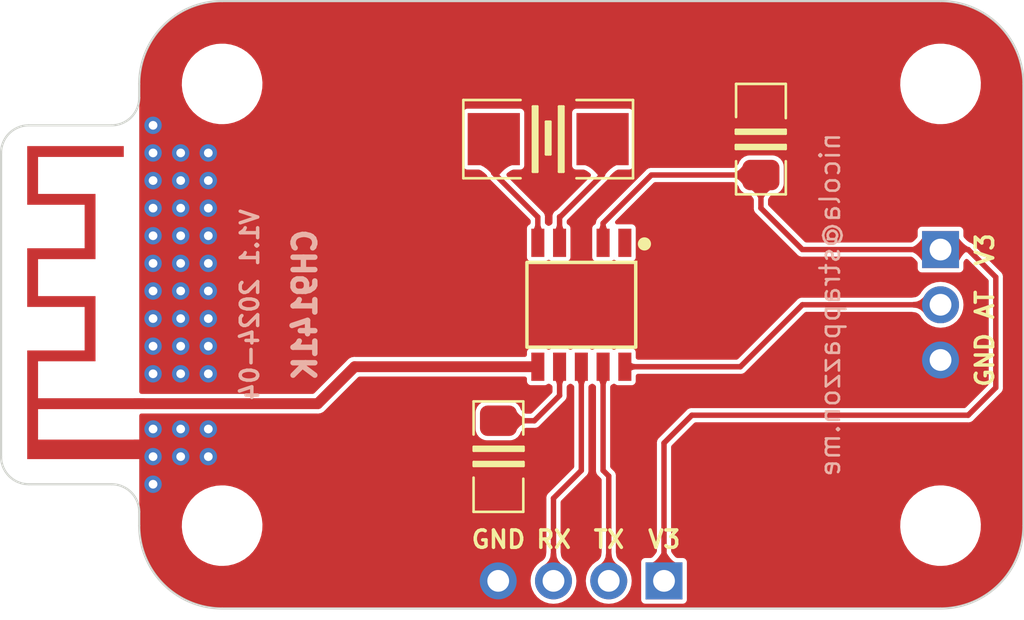
<source format=kicad_pcb>
(kicad_pcb (version 20221018) (generator pcbnew)
  (layers (0 "F.Cu" signal) (31 "B.Cu" signal) (34 "B.Paste" user) (35 "F.Paste" user) (36 "B.SilkS" user "B.Silkscreen") (37 "F.SilkS" user "F.Silkscreen") (38 "B.Mask" user) (39 "F.Mask" user) (44 "Edge.Cuts" user))
  (net 0 "")
  (net 1 "Net-(AE2-A)")
  (net 2 "GND")
  (net 4 "VCC")
  (net 5 "Net-(U1-X32MI)")
  (net 6 "Net-(U1-X32MO)")
  (net 7 "Net-(U1-VINTA)")
  (net 8 "RXD")
  (net 9 "TXD")
  (net 10 "AT")
  (footprint "MountingHole:MountingHole_3.2mm_M3" (layer "F.Cu") (at 76.2 124.46)
    (fp_text reference "H4" hide)
    (fp_text value "MountingHole" hide)
    (pad "" np_thru_hole circle (at 0 0) (size 3.2 3.2) (drill 3.2) (layers "*.Cu" "*.Mask"))
  )
  (footprint "RF_Antenna:Texas_SWRA117D_2.4GHz_Right" (layer "F.Cu") (at 72.39 118.85 90)
    (fp_text reference "AE2" hide)
    (fp_text value "Antenna_Shield" hide)
    (fp_poly (pts (xy 2.45 -2.51) (xy 4.45 -2.51) (xy 4.45 -5.15) (xy 7.15 -5.15) (xy 7.15 -2.51) (xy 9.15 -2.51) (xy 9.15 -5.15) (xy 11.85 -5.15) (xy 11.85 -0.71) (xy 11.35 -0.71) (xy 11.35 -4.65) (xy 9.65 -4.65) (xy 9.65 -2.01) (xy 6.65 -2.01) (xy 6.65 -4.65) (xy 4.95 -4.65) (xy 4.95 -2.01) (xy 1.95 -2.01) (xy 1.95 -4.65) (xy 0.25 -4.65) (xy 0.25 0.25) (xy -0.25 0.25) (xy -0.25 -4.65) (xy -1.65 -4.65) (xy -1.65 0.25) (xy -2.55 0.25) (xy -2.55 0.006785) (xy -2.247583 0.006785) (xy -2.237742 0.054395) (xy -2.213674 0.096797) (xy -2.175731 0.129581) (xy -2.167819 0.133935) (xy -2.125156 0.146043) (xy -2.076637 0.1453) (xy -2.031122 0.1324) (xy -2.012511 0.121787) (xy -1.978868 0.086553) (xy -1.958309 0.041368) (xy -1.951778 -0.008158) (xy -1.960218 -0.056417) (xy -1.977112 -0.088643) (xy -2.012372 -0.121313) (xy -2.057682 -0.141408) (xy -2.107267 -0.147982) (xy -2.155353 -0.140092) (xy -2.188245 -0.123186) (xy -2.223185 -0.086416) (xy -2.242847 -0.041622) (xy -2.247583 0.006785) (xy -2.55 0.006785) (xy -2.55 -5.15) (xy 2.45 -5.15) (xy 2.45 -2.51)) (fill solid) (layer "F.Cu"))
    (pad "" smd rect (at -2.1 0 90) (size 0.9 0.5) (layers "F.Cu") (net 2 "GND"))
    (pad "1" connect rect (at 0 0 90) (size 0.5 0.5) (layers "F.Cu") (net 1 "Net-(AE2-A)"))
  )
  (footprint "Library:C1206" (layer "F.Cu") (at 88.9 121.285 -90)
    (fp_text reference "C2" hide)
    (fp_text value "1uF" hide)
    (fp_line (start -2.54 -1.143) (end -1.016 -1.143) (stroke (width 0.12)) (layer "F.SilkS"))
    (fp_line (start -2.54 1.143) (end -2.54 -1.143) (stroke (width 0.12)) (layer "F.SilkS"))
    (fp_line (start -2.54 1.143) (end -1.016 1.143) (stroke (width 0.12)) (layer "F.SilkS"))
    (fp_line (start -0.45 -1.15) (end -0.2722 -1.15) (stroke (width 0.12)) (layer "F.SilkS"))
    (fp_line (start -0.45 1.136) (end -0.45 -1.15) (stroke (width 0.12)) (layer "F.SilkS"))
    (fp_line (start -0.45 1.136) (end -0.2722 1.136) (stroke (width 0.12)) (layer "F.SilkS"))
    (fp_line (start -0.3484 1.136) (end -0.3484 -1.15) (stroke (width 0.12)) (layer "F.SilkS"))
    (fp_line (start -0.2722 1.136) (end -0.2722 -1.15) (stroke (width 0.12)) (layer "F.SilkS"))
    (fp_line (start 0.25 -1.15) (end 0.4278 -1.15) (stroke (width 0.12)) (layer "F.SilkS"))
    (fp_line (start 0.25 1.136) (end 0.25 -1.15) (stroke (width 0.12)) (layer "F.SilkS"))
    (fp_line (start 0.25 1.136) (end 0.4278 1.136) (stroke (width 0.12)) (layer "F.SilkS"))
    (fp_line (start 0.3516 1.136) (end 0.3516 -1.15) (stroke (width 0.12)) (layer "F.SilkS"))
    (fp_line (start 0.4278 1.136) (end 0.4278 -1.15) (stroke (width 0.12)) (layer "F.SilkS"))
    (fp_line (start 2.54 -1.143) (end 1.016 -1.143) (stroke (width 0.12)) (layer "F.SilkS"))
    (fp_line (start 2.54 -1.143) (end 2.54 1.143) (stroke (width 0.12)) (layer "F.SilkS"))
    (fp_line (start 2.54 1.143) (end 0.9652 1.143) (stroke (width 0.12)) (layer "F.SilkS"))
    (pad "1" smd roundrect (at -1.651 0 270) (size 1.4 1.7) (layers "F.Cu" "F.Paste" "F.Mask") (net 7 "Net-(U1-VINTA)"))
    (pad "2" smd roundrect (at 1.651 -0.02 270) (size 1.4 1.75) (layers "F.Cu" "F.Paste" "F.Mask") (net 2 "GND"))
  )
  (footprint "Connector_PinHeader_2.54mm:PinHeader_1x03_P2.54mm_Vertical" (layer "F.Cu") (at 109.22 111.76)
    (fp_text reference "J2" hide)
    (fp_text value "Conn_01x03" hide)
    (pad "1" thru_hole rect (at 0 0) (size 1.7 1.7) (drill 1) (layers "*.Cu" "*.Mask") (net 4 "VCC"))
    (pad "2" thru_hole oval (at 0 2.54) (size 1.7 1.7) (drill 1) (layers "*.Cu" "*.Mask") (net 10 "AT"))
    (pad "3" thru_hole oval (at 0 5.08) (size 1.7 1.7) (drill 1) (layers "*.Cu" "*.Mask") (net 2 "GND"))
  )
  (footprint "MountingHole:MountingHole_3.2mm_M3" (layer "F.Cu") (at 109.22 104.14)
    (fp_text reference "H2" hide)
    (fp_text value "MountingHole" hide)
    (pad "" np_thru_hole circle (at 0 0) (size 3.2 3.2) (drill 3.2) (layers "*.Cu" "*.Mask"))
  )
  (footprint "Connector_PinHeader_2.54mm:PinHeader_1x04_P2.54mm_Vertical" (layer "F.Cu") (at 96.51 127 -90)
    (fp_text reference "J3" hide)
    (fp_text value "Conn_01x04" hide)
    (pad "1" thru_hole rect (at 0 0 270) (size 1.7 1.7) (drill 1) (layers "*.Cu" "*.Mask") (net 4 "VCC"))
    (pad "2" thru_hole oval (at 0 2.54 270) (size 1.7 1.7) (drill 1) (layers "*.Cu" "*.Mask") (net 9 "TXD"))
    (pad "3" thru_hole oval (at 0 5.08 270) (size 1.7 1.7) (drill 1) (layers "*.Cu" "*.Mask") (net 8 "RXD"))
    (pad "4" thru_hole oval (at 0 7.62 270) (size 1.7 1.7) (drill 1) (layers "*.Cu" "*.Mask") (net 2 "GND"))
  )
  (footprint "MountingHole:MountingHole_3.2mm_M3" (layer "F.Cu") (at 109.22 124.46)
    (fp_text reference "H3" hide)
    (fp_text value "MountingHole" hide)
    (pad "" np_thru_hole circle (at 0 0) (size 3.2 3.2) (drill 3.2) (layers "*.Cu" "*.Mask"))
  )
  (footprint "Crystal:Crystal_SMD_5032-2Pin_5.0x3.2mm_HandSoldering" (layer "F.Cu") (at 91.186 106.68)
    (fp_text reference "Y1" hide)
    (fp_text value "32M" hide)
    (fp_line (start -3.9 -1.8) (end -3.9 1.8) (stroke (width 0.12)) (layer "F.SilkS"))
    (fp_line (start -1.269 -1.8) (end -3.9 -1.8) (stroke (width 0.12)) (layer "F.SilkS"))
    (fp_line (start -1.269 1.8) (end -3.9 1.8) (stroke (width 0.12)) (layer "F.SilkS"))
    (fp_line (start -0.7 -1.5) (end -0.7 1.5) (stroke (width 0.12)) (layer "F.SilkS"))
    (fp_line (start -0.7 -1.5) (end -0.5 -1.5) (stroke (width 0.12)) (layer "F.SilkS"))
    (fp_line (start -0.7 1.5) (end -0.5 1.5) (stroke (width 0.12)) (layer "F.SilkS"))
    (fp_line (start -0.6 -1.5) (end -0.6 1.5) (stroke (width 0.12)) (layer "F.SilkS"))
    (fp_line (start -0.5 -1.5) (end -0.5 1.5) (stroke (width 0.12)) (layer "F.SilkS"))
    (fp_line (start -0.1 -0.8) (end -0.1 0.7) (stroke (width 0.12)) (layer "F.SilkS"))
    (fp_line (start -0.1 -0.8) (end 0.1 -0.8) (stroke (width 0.12)) (layer "F.SilkS"))
    (fp_line (start -0.1 0.7) (end 0.1 0.7) (stroke (width 0.12)) (layer "F.SilkS"))
    (fp_line (start 0 -0.8) (end 0 0.7) (stroke (width 0.12)) (layer "F.SilkS"))
    (fp_line (start 0.1 -0.8) (end 0.1 0.7) (stroke (width 0.12)) (layer "F.SilkS"))
    (fp_line (start 0.5 -1.5) (end 0.5 1.5) (stroke (width 0.12)) (layer "F.SilkS"))
    (fp_line (start 0.5 -1.5) (end 0.7 -1.5) (stroke (width 0.12)) (layer "F.SilkS"))
    (fp_line (start 0.5 1.5) (end 0.7 1.5) (stroke (width 0.12)) (layer "F.SilkS"))
    (fp_line (start 0.6 -1.5) (end 0.6 1.5) (stroke (width 0.12)) (layer "F.SilkS"))
    (fp_line (start 0.7 -1.5) (end 0.7 1.5) (stroke (width 0.12)) (layer "F.SilkS"))
    (fp_line (start 3.9 -1.8) (end 1.3 -1.8) (stroke (width 0.12)) (layer "F.SilkS"))
    (fp_line (start 3.9 -1.8) (end 3.9 1.8) (stroke (width 0.12)) (layer "F.SilkS"))
    (fp_line (start 3.9 1.8) (end 1.3 1.8) (stroke (width 0.12)) (layer "F.SilkS"))
    (pad "1" smd rect (at -2.5 0) (size 2.4 2.4) (layers "F.Cu" "F.Paste" "F.Mask") (net 6 "Net-(U1-X32MO)"))
    (pad "2" smd rect (at 2.5 0) (size 2.4 2.4) (layers "F.Cu" "F.Paste" "F.Mask") (net 5 "Net-(U1-X32MI)"))
  )
  (footprint "MountingHole:MountingHole_3.2mm_M3" (layer "F.Cu") (at 76.2 104.14)
    (fp_text reference "H1" hide)
    (fp_text value "MountingHole" hide)
    (pad "" np_thru_hole circle (at 0 0) (size 3.2 3.2) (drill 3.2) (layers "*.Cu" "*.Mask"))
  )
  (footprint "Library:ESSOP-10" (layer "F.Cu") (at 92.71 114.3 -90)
    (fp_text reference "U1" hide)
    (fp_text value "CH9141K" hide)
    (fp_rect (start -1.95 -2.5) (end 1.95 2.5) (stroke (width 0.16)) (fill none) (layer "F.SilkS"))
    (fp_circle (center -2.8 -2.9) (end -2.576393 -2.9) (stroke (width 0.16)) (fill solid) (layer "F.SilkS"))
    (pad "0" smd rect (at 0 0 270) (size 2.3 3.2) (layers "F.Cu" "F.Paste" "F.Mask") (net 2 "GND"))
    (pad "1" smd rect (at -2.85 -2 270) (size 1.3 0.6) (layers "F.Cu" "F.Paste" "F.Mask"))
    (pad "2" smd rect (at -2.85 -1 270) (size 1.3 0.6) (layers "F.Cu" "F.Paste" "F.Mask") (net 4 "VCC"))
    (pad "3" smd rect (at -2.85 0 270) (size 1.3 0.6) (layers "F.Cu" "F.Paste" "F.Mask") (net 2 "GND"))
    (pad "4" smd rect (at -2.85 1 270) (size 1.3 0.6) (layers "F.Cu" "F.Paste" "F.Mask") (net 5 "Net-(U1-X32MI)"))
    (pad "5" smd rect (at -2.85 2 270) (size 1.3 0.6) (layers "F.Cu" "F.Paste" "F.Mask") (net 6 "Net-(U1-X32MO)"))
    (pad "6" smd rect (at 2.85 2 270) (size 1.3 0.6) (layers "F.Cu" "F.Paste" "F.Mask") (net 1 "Net-(AE2-A)"))
    (pad "7" smd rect (at 2.85 1 270) (size 1.3 0.6) (layers "F.Cu" "F.Paste" "F.Mask") (net 7 "Net-(U1-VINTA)"))
    (pad "8" smd rect (at 2.85 0 270) (size 1.3 0.6) (layers "F.Cu" "F.Paste" "F.Mask") (net 8 "RXD"))
    (pad "9" smd rect (at 2.85 -1 270) (size 1.3 0.6) (layers "F.Cu" "F.Paste" "F.Mask") (net 9 "TXD"))
    (pad "10" smd rect (at 2.85 -2 270) (size 1.3 0.6) (layers "F.Cu" "F.Paste" "F.Mask") (net 10 "AT"))
  )
  (footprint "Library:C1206" (layer "F.Cu") (at 100.965 106.68 90)
    (fp_text reference "C1" hide)
    (fp_text value "1uF" hide)
    (fp_line (start -2.54 -1.143) (end -1.016 -1.143) (stroke (width 0.12)) (layer "F.SilkS"))
    (fp_line (start -2.54 1.143) (end -2.54 -1.143) (stroke (width 0.12)) (layer "F.SilkS"))
    (fp_line (start -2.54 1.143) (end -1.016 1.143) (stroke (width 0.12)) (layer "F.SilkS"))
    (fp_line (start -0.45 -1.15) (end -0.2722 -1.15) (stroke (width 0.12)) (layer "F.SilkS"))
    (fp_line (start -0.45 1.136) (end -0.45 -1.15) (stroke (width 0.12)) (layer "F.SilkS"))
    (fp_line (start -0.45 1.136) (end -0.2722 1.136) (stroke (width 0.12)) (layer "F.SilkS"))
    (fp_line (start -0.3484 1.136) (end -0.3484 -1.15) (stroke (width 0.12)) (layer "F.SilkS"))
    (fp_line (start -0.2722 1.136) (end -0.2722 -1.15) (stroke (width 0.12)) (layer "F.SilkS"))
    (fp_line (start 0.25 -1.15) (end 0.4278 -1.15) (stroke (width 0.12)) (layer "F.SilkS"))
    (fp_line (start 0.25 1.136) (end 0.25 -1.15) (stroke (width 0.12)) (layer "F.SilkS"))
    (fp_line (start 0.25 1.136) (end 0.4278 1.136) (stroke (width 0.12)) (layer "F.SilkS"))
    (fp_line (start 0.3516 1.136) (end 0.3516 -1.15) (stroke (width 0.12)) (layer "F.SilkS"))
    (fp_line (start 0.4278 1.136) (end 0.4278 -1.15) (stroke (width 0.12)) (layer "F.SilkS"))
    (fp_line (start 2.54 -1.143) (end 1.016 -1.143) (stroke (width 0.12)) (layer "F.SilkS"))
    (fp_line (start 2.54 -1.143) (end 2.54 1.143) (stroke (width 0.12)) (layer "F.SilkS"))
    (fp_line (start 2.54 1.143) (end 0.9652 1.143) (stroke (width 0.12)) (layer "F.SilkS"))
    (pad "1" smd roundrect (at -1.651 0 90) (size 1.4 1.7) (layers "F.Cu" "F.Paste" "F.Mask") (net 4 "VCC"))
    (pad "2" smd roundrect (at 1.651 -0.02 90) (size 1.4 1.75) (layers "F.Cu" "F.Paste" "F.Mask") (net 2 "GND"))
  )
  (gr_arc (start 66.04 107.315) (mid 66.411974 106.416974) (end 67.31 106.045) (stroke (width 0.1)) (layer "Edge.Cuts"))
  (gr_line (start 113.03 124.46) (end 113.03 104.14) (stroke (width 0.1)) (layer "Edge.Cuts"))
  (gr_line (start 71.12 106.045) (end 67.31 106.045) (stroke (width 0.1)) (layer "Edge.Cuts"))
  (gr_line (start 76.2 128.27) (end 109.22 128.27) (stroke (width 0.1)) (layer "Edge.Cuts"))
  (gr_arc (start 76.2 128.27) (mid 73.505923 127.154077) (end 72.39 124.46) (stroke (width 0.1)) (layer "Edge.Cuts"))
  (gr_line (start 72.39 104.14) (end 72.39 104.775) (stroke (width 0.1)) (layer "Edge.Cuts"))
  (gr_line (start 66.04 107.315) (end 66.04 121.285) (stroke (width 0.1)) (layer "Edge.Cuts"))
  (gr_arc (start 72.39 104.775) (mid 72.018026 105.673026) (end 71.12 106.045) (stroke (width 0.1)) (layer "Edge.Cuts"))
  (gr_line (start 72.39 123.825) (end 72.39 124.46) (stroke (width 0.1)) (layer "Edge.Cuts"))
  (gr_arc (start 113.03 124.46) (mid 111.914077 127.154077) (end 109.22 128.27) (stroke (width 0.1)) (layer "Edge.Cuts"))
  (gr_line (start 67.31 122.555) (end 71.12 122.555) (stroke (width 0.1)) (layer "Edge.Cuts"))
  (gr_line (start 109.22 100.33) (end 76.2 100.33) (stroke (width 0.1)) (layer "Edge.Cuts"))
  (gr_arc (start 72.39 104.14) (mid 73.505923 101.445923) (end 76.2 100.33) (stroke (width 0.1)) (layer "Edge.Cuts"))
  (gr_arc (start 67.31 122.555) (mid 66.411974 122.183026) (end 66.04 121.285) (stroke (width 0.1)) (layer "Edge.Cuts"))
  (gr_arc (start 109.22 100.33) (mid 111.914077 101.445923) (end 113.03 104.14) (stroke (width 0.1)) (layer "Edge.Cuts"))
  (gr_arc (start 71.12 122.555) (mid 72.018026 122.926974) (end 72.39 123.825) (stroke (width 0.1)) (layer "Edge.Cuts"))
  (gr_text "V1.1 2024-04" (at 77.47 114.3 90) (layer "B.SilkS") (effects (font (size 0.8 0.8) (thickness 0.16) bold) (justify mirror)))
  (gr_text "nicola@strappazzon.me" (at 104.14 114.3 90) (layer "B.SilkS") (effects (font (size 0.9 0.9) (thickness 0.12)) (justify mirror)))
  (gr_text "CH9141K" (at 80.01 114.3 90) (layer "B.SilkS") (effects (font (size 1 1) (thickness 0.25)) (justify mirror)))
  (gr_text "RX" (at 91.44 125.095) (layer "F.SilkS") (effects (font (size 0.8 0.8) (thickness 0.16) bold)))
  (gr_text "V3" (at 96.52 125.095) (layer "F.SilkS") (effects (font (size 0.8 0.8) (thickness 0.16) bold)))
  (gr_text "V3" (at 111.252 111.76 90) (layer "F.SilkS") (effects (font (size 0.8 0.8) (thickness 0.16) bold)))
  (gr_text "AT" (at 111.252 114.3 90) (layer "F.SilkS") (effects (font (size 0.8 0.8) (thickness 0.16) bold)))
  (gr_text "GND" (at 88.9 125.095) (layer "F.SilkS") (effects (font (size 0.8 0.8) (thickness 0.16) bold)))
  (gr_text "GND" (at 111.252 116.84 90) (layer "F.SilkS") (effects (font (size 0.8 0.8) (thickness 0.16) bold)))
  (gr_text "TX" (at 93.98 125.095) (layer "F.SilkS") (effects (font (size 0.8 0.8) (thickness 0.16) bold)))
  (segment (start 80.5925 118.85) (end 72.39 118.85) (width 0.5) (layer "F.Cu") (net 1))
  (segment (start 82.2925 117.15) (end 80.5925 118.85) (width 0.5) (layer "F.Cu") (net 1))
  (segment (start 90.71 117.15) (end 82.2925 117.15) (width 0.5) (layer "F.Cu") (net 1))
  (via (at 74.295 107.315) (size 0.8) (drill 0.4) (layers "F.Cu" "B.Cu") (net 2))
  (via (at 74.295 113.665) (size 0.8) (drill 0.4) (layers "F.Cu" "B.Cu") (net 2))
  (via (at 73.025 121.285) (size 0.8) (drill 0.4) (layers "F.Cu" "B.Cu") (net 2))
  (via (at 73.025 122.555) (size 0.8) (drill 0.4) (layers "F.Cu" "B.Cu") (net 2))
  (via (at 75.565 114.935) (size 0.8) (drill 0.4) (layers "F.Cu" "B.Cu") (net 2))
  (via (at 73.025 120.015) (size 0.8) (drill 0.4) (layers "F.Cu" "B.Cu") (net 2))
  (via (at 74.295 117.475) (size 0.8) (drill 0.4) (layers "F.Cu" "B.Cu") (net 2))
  (via (at 74.295 120.015) (size 0.8) (drill 0.4) (layers "F.Cu" "B.Cu") (net 2))
  (via (at 74.295 111.125) (size 0.8) (drill 0.4) (layers "F.Cu" "B.Cu") (net 2))
  (via (at 75.565 111.125) (size 0.8) (drill 0.4) (layers "F.Cu" "B.Cu") (net 2))
  (via (at 75.565 109.855) (size 0.8) (drill 0.4) (layers "F.Cu" "B.Cu") (net 2))
  (via (at 74.295 114.935) (size 0.8) (drill 0.4) (layers "F.Cu" "B.Cu") (net 2))
  (via (at 74.295 108.585) (size 0.8) (drill 0.4) (layers "F.Cu" "B.Cu") (net 2))
  (via (at 74.295 116.205) (size 0.8) (drill 0.4) (layers "F.Cu" "B.Cu") (net 2))
  (via (at 73.025 111.125) (size 0.8) (drill 0.4) (layers "F.Cu" "B.Cu") (net 2))
  (via (at 73.025 114.935) (size 0.8) (drill 0.4) (layers "F.Cu" "B.Cu") (net 2))
  (via (at 75.565 108.585) (size 0.8) (drill 0.4) (layers "F.Cu" "B.Cu") (net 2))
  (via (at 73.025 113.665) (size 0.8) (drill 0.4) (layers "F.Cu" "B.Cu") (net 2))
  (via (at 73.025 112.395) (size 0.8) (drill 0.4) (layers "F.Cu" "B.Cu") (net 2))
  (via (at 75.565 116.205) (size 0.8) (drill 0.4) (layers "F.Cu" "B.Cu") (net 2))
  (via (at 73.025 106.045) (size 0.8) (drill 0.4) (layers "F.Cu" "B.Cu") (net 2))
  (via (at 75.565 117.475) (size 0.8) (drill 0.4) (layers "F.Cu" "B.Cu") (net 2))
  (via (at 73.025 117.475) (size 0.8) (drill 0.4) (layers "F.Cu" "B.Cu") (net 2))
  (via (at 75.565 120.015) (size 0.8) (drill 0.4) (layers "F.Cu" "B.Cu") (net 2))
  (via (at 73.025 109.855) (size 0.8) (drill 0.4) (layers "F.Cu" "B.Cu") (net 2))
  (via (at 75.565 113.665) (size 0.8) (drill 0.4) (layers "F.Cu" "B.Cu") (net 2))
  (via (at 73.025 116.205) (size 0.8) (drill 0.4) (layers "F.Cu" "B.Cu") (net 2))
  (via (at 75.565 112.395) (size 0.8) (drill 0.4) (layers "F.Cu" "B.Cu") (net 2))
  (via (at 74.295 109.855) (size 0.8) (drill 0.4) (layers "F.Cu" "B.Cu") (net 2))
  (via (at 74.295 121.285) (size 0.8) (drill 0.4) (layers "F.Cu" "B.Cu") (net 2))
  (via (at 74.295 112.395) (size 0.8) (drill 0.4) (layers "F.Cu" "B.Cu") (net 2))
  (via (at 75.565 121.285) (size 0.8) (drill 0.4) (layers "F.Cu" "B.Cu") (net 2))
  (via (at 75.565 107.315) (size 0.8) (drill 0.4) (layers "F.Cu" "B.Cu") (net 2))
  (via (at 73.025 108.585) (size 0.8) (drill 0.4) (layers "F.Cu" "B.Cu") (net 2))
  (via (at 73.025 107.315) (size 0.8) (drill 0.4) (layers "F.Cu" "B.Cu") (net 2))
  (segment (start 110.49 119.38) (end 97.79 119.38) (width 0.25) (layer "F.Cu") (net 4))
  (segment (start 110.49 111.76) (end 111.76 113.03) (width 0.25) (layer "F.Cu") (net 4))
  (segment (start 102.87 111.76) (end 109.22 111.76) (width 0.25) (layer "F.Cu") (net 4))
  (segment (start 95.929 108.331) (end 100.965 108.331) (width 0.25) (layer "F.Cu") (net 4))
  (segment (start 93.71 111.45) (end 93.71 110.55) (width 0.25) (layer "F.Cu") (net 4))
  (segment (start 96.51 120.66) (end 96.51 127) (width 0.25) (layer "F.Cu") (net 4))
  (segment (start 100.965 108.331) (end 100.965 109.855) (width 0.25) (layer "F.Cu") (net 4))
  (segment (start 111.76 113.03) (end 111.76 118.11) (width 0.25) (layer "F.Cu") (net 4))
  (segment (start 93.71 110.55) (end 95.929 108.331) (width 0.25) (layer "F.Cu") (net 4))
  (segment (start 97.79 119.38) (end 96.51 120.66) (width 0.25) (layer "F.Cu") (net 4))
  (segment (start 100.965 109.855) (end 102.87 111.76) (width 0.25) (layer "F.Cu") (net 4))
  (segment (start 109.22 111.76) (end 110.49 111.76) (width 0.25) (layer "F.Cu") (net 4))
  (segment (start 111.76 118.11) (end 110.49 119.38) (width 0.25) (layer "F.Cu") (net 4))
  (segment (start 93.686 106.68) (end 93.686 108.3075) (width 0.25) (layer "F.Cu") (net 5))
  (segment (start 93.686 108.3075) (end 91.7415 110.252) (width 0.25) (layer "F.Cu") (net 5))
  (segment (start 91.7415 110.252) (end 91.71 110.252) (width 0.25) (layer "F.Cu") (net 5))
  (segment (start 91.71 110.252) (end 91.71 111.45) (width 0.25) (layer "F.Cu") (net 5))
  (segment (start 88.686 106.68) (end 88.686 108.244) (width 0.25) (layer "F.Cu") (net 6))
  (segment (start 90.71 110.268) (end 90.71 111.45) (width 0.25) (layer "F.Cu") (net 6))
  (segment (start 88.686 108.244) (end 90.71 110.268) (width 0.25) (layer "F.Cu") (net 6))
  (segment (start 91.71 118.475) (end 90.551 119.634) (width 0.25) (layer "F.Cu") (net 7))
  (segment (start 91.71 117.15) (end 91.71 118.475) (width 0.25) (layer "F.Cu") (net 7))
  (segment (start 90.551 119.634) (end 88.9 119.634) (width 0.25) (layer "F.Cu") (net 7))
  (segment (start 91.43 123.2) (end 91.43 127) (width 0.25) (layer "F.Cu") (net 8))
  (segment (start 92.71 117.15) (end 92.71 121.92) (width 0.25) (layer "F.Cu") (net 8))
  (segment (start 92.71 121.92) (end 91.43 123.2) (width 0.25) (layer "F.Cu") (net 8))
  (segment (start 93.71 117.15) (end 93.71 121.92) (width 0.25) (layer "F.Cu") (net 9))
  (segment (start 93.97 122.18) (end 93.97 127) (width 0.25) (layer "F.Cu") (net 9))
  (segment (start 93.71 121.92) (end 93.97 122.18) (width 0.25) (layer "F.Cu") (net 9))
  (segment (start 100.02 117.15) (end 102.87 114.3) (width 0.25) (layer "F.Cu") (net 10))
  (segment (start 94.71 117.15) (end 100.02 117.15) (width 0.25) (layer "F.Cu") (net 10))
  (segment (start 102.87 114.3) (end 109.22 114.3) (width 0.25) (layer "F.Cu") (net 10))
  (zone (net 2) (net_name "GND") (layer "F.Cu") (connect_pads yes (clearance 0.2)) (min_thickness 0.2) (fill yes (thermal_gap 0.2) (thermal_bridge_width 0.2) (island_removal_mode 1) (island_area_min 0))
    (polygon (pts (xy 113.03 128.27) (xy 72.39 128.27) (xy 72.39 121.92) (xy 72.39 100.33) (xy 113.03 100.33)))
  )
)
</source>
